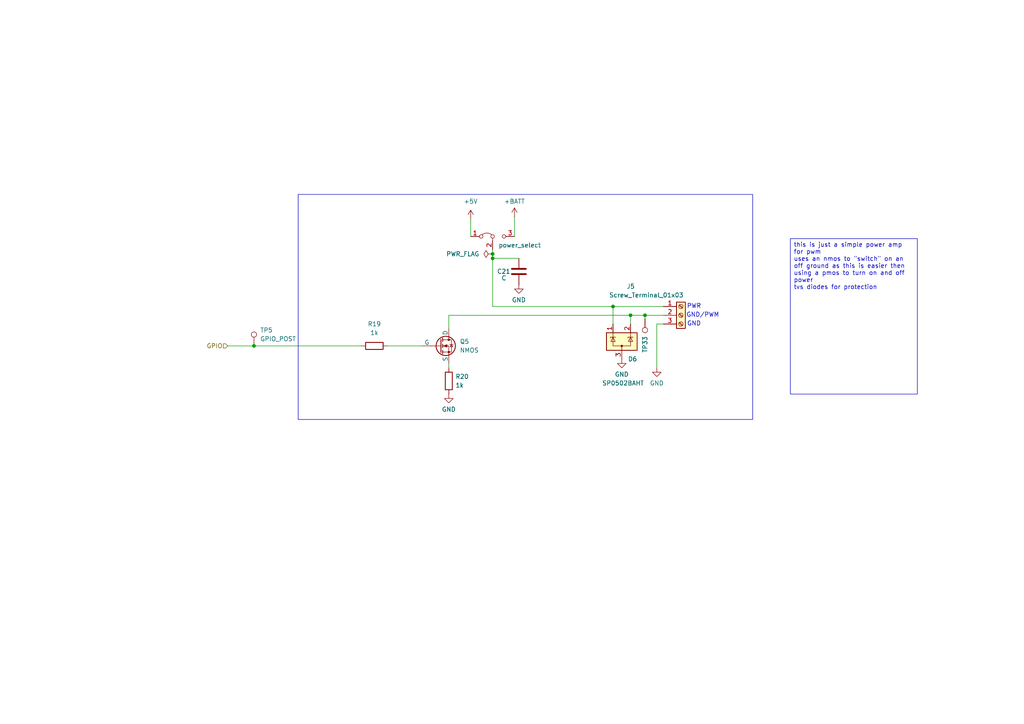
<source format=kicad_sch>
(kicad_sch (version 20231120) (generator "eeschema") (generator_version "8.0")
  (paper "A4")
  (lib_symbols
    (symbol "Connector:Screw_Terminal_01x03" (pin_names (offset 1.016) hide)
      (property "Reference" "J" (at 0 5.08 0))
      (property "Value" "Screw_Terminal_01x03" (at 0 -5.08 0))
      (symbol "Screw_Terminal_01x03_1_1"
        (rectangle (start -1.27 3.81) (end 1.27 -3.81) (stroke (width 0.254)) (fill (type background)))
        (circle (center 0 -2.54) (radius 0.635) (stroke (width 0.1524)))
        (polyline (pts (xy -0.5334 -2.2098) (xy 0.3302 -3.048)) (stroke (width 0.1524)))
        (polyline (pts (xy -0.5334 0.3302) (xy 0.3302 -0.508)) (stroke (width 0.1524)))
        (polyline (pts (xy -0.5334 2.8702) (xy 0.3302 2.032)) (stroke (width 0.1524)))
        (polyline (pts (xy -0.3556 -2.032) (xy 0.508 -2.8702)) (stroke (width 0.1524)))
        (polyline (pts (xy -0.3556 0.508) (xy 0.508 -0.3302)) (stroke (width 0.1524)))
        (polyline (pts (xy -0.3556 3.048) (xy 0.508 2.2098)) (stroke (width 0.1524)))
        (circle (center 0 0) (radius 0.635) (stroke (width 0.1524)))
        (circle (center 0 2.54) (radius 0.635) (stroke (width 0.1524)))
        (pin passive line (at -5.08 2.54 0) (length 3.81) (name "Pin_1") (number "1"))
        (pin passive line (at -5.08 0 0) (length 3.81) (name "Pin_2") (number "2"))
        (pin passive line (at -5.08 -2.54 0) (length 3.81) (name "Pin_3") (number "3"))
      )
    )
    (symbol "Connector:TestPoint" (pin_numbers hide) (pin_names (offset 0.762) hide)
      (property "Reference" "TP" (at 0 6.858 0))
      (property "Value" "TestPoint" (at 0 5.08 0))
      (symbol "TestPoint_0_1"
        (circle (center 0 3.302) (radius 0.762))
      )
      (symbol "TestPoint_1_1"
        (pin passive line (at 0 0 90) (length 2.54) (name "1") (number "1"))
      )
    )
    (symbol "Device:C" (pin_numbers hide) (pin_names (offset 0.254))
      (property "Reference" "C" (at 0.635 2.54 0))
      (property "Value" "C" (at 0.635 -2.54 0))
      (symbol "C_0_1"
        (polyline (pts (xy -2.032 -0.762) (xy 2.032 -0.762)) (stroke (width 0.508)))
        (polyline (pts (xy -2.032 0.762) (xy 2.032 0.762)) (stroke (width 0.508)))
      )
      (symbol "C_1_1"
        (pin passive line (at 0 3.81 270) (length 2.794) (name "~") (number "1"))
        (pin passive line (at 0 -3.81 90) (length 2.794) (name "~") (number "2"))
      )
    )
    (symbol "Device:R" (pin_numbers hide) (pin_names (offset 0))
      (property "Reference" "R" (at 2.032 0 90))
      (property "Value" "R" (at 0 0 90))
      (symbol "R_0_1"
        (rectangle (start -1.016 -2.54) (end 1.016 2.54) (stroke (width 0.254)))
      )
      (symbol "R_1_1"
        (pin passive line (at 0 3.81 270) (length 1.27) (name "~") (number "1"))
        (pin passive line (at 0 -3.81 90) (length 1.27) (name "~") (number "2"))
      )
    )
    (symbol "Jumper:Jumper_3_Bridged12" (pin_names (offset 0) hide)
      (property "Reference" "JP" (at -2.54 -2.54 0))
      (property "Value" "Jumper_3_Bridged12" (at 0 2.794 0))
      (symbol "Jumper_3_Bridged12_0_0"
        (circle (center -3.302 0) (radius 0.508))
        (circle (center 0 0) (radius 0.508))
        (circle (center 3.302 0) (radius 0.508))
      )
      (symbol "Jumper_3_Bridged12_0_1"
        (arc (start -0.254 0.508) (mid -1.651 0.9912) (end -3.048 0.508))
        (polyline (pts (xy 0 -1.27) (xy 0 -0.508)))
      )
      (symbol "Jumper_3_Bridged12_1_1"
        (pin passive line (at -6.35 0 0) (length 2.54) (name "A") (number "1"))
        (pin passive line (at 0 -3.81 90) (length 2.54) (name "C") (number "2"))
        (pin passive line (at 6.35 0 180) (length 2.54) (name "B") (number "3"))
      )
    )
    (symbol "Power_Protection:SP0502BAHT" (pin_names hide)
      (property "Reference" "D" (at 5.715 2.54 0))
      (property "Value" "SP0502BAHT" (at 5.715 0.635 0))
      (symbol "SP0502BAHT_0_0"
        (pin passive line (at 0 -5.08 90) (length 2.54) (name "A") (number "3"))
      )
      (symbol "SP0502BAHT_0_1"
        (rectangle (start -4.445 2.54) (end 4.445 -2.54) (stroke (width 0.254)) (fill (type background)))
        (circle (center 0 -1.27) (radius 0.254) (fill (type outline)))
        (polyline (pts (xy -2.54 2.54) (xy -2.54 1.27)))
        (polyline (pts (xy 0 -1.27) (xy 0 -2.54)))
        (polyline (pts (xy 2.54 2.54) (xy 2.54 1.27)))
        (polyline (pts (xy -3.302 1.016) (xy -3.302 1.27) (xy -1.905 1.27) (xy -1.778 1.27)))
        (polyline (pts (xy -2.54 1.27) (xy -2.54 -1.27) (xy 2.54 -1.27) (xy 2.54 1.27)))
        (polyline (pts (xy -2.54 1.27) (xy -1.905 0) (xy -3.175 0) (xy -2.54 1.27)))
        (polyline (pts (xy 1.778 1.016) (xy 1.778 1.27) (xy 3.175 1.27) (xy 3.302 1.27)))
        (polyline (pts (xy 2.54 1.27) (xy 1.905 0) (xy 3.175 0) (xy 2.54 1.27)))
      )
      (symbol "SP0502BAHT_1_1"
        (pin passive line (at -2.54 5.08 270) (length 2.54) (name "K") (number "1"))
        (pin passive line (at 2.54 5.08 270) (length 2.54) (name "K") (number "2"))
      )
    )
    (symbol "Simulation_SPICE:NMOS" (pin_numbers hide) (pin_names (offset 0))
      (property "Reference" "Q" (at 5.08 1.27 0))
      (property "Value" "NMOS" (at 5.08 -1.27 0))
      (symbol "NMOS_0_1"
        (polyline (pts (xy 0.254 0) (xy -2.54 0)))
        (polyline (pts (xy 0.254 1.905) (xy 0.254 -1.905)) (stroke (width 0.254)))
        (polyline (pts (xy 0.762 -1.27) (xy 0.762 -2.286)) (stroke (width 0.254)))
        (polyline (pts (xy 0.762 0.508) (xy 0.762 -0.508)) (stroke (width 0.254)))
        (polyline (pts (xy 0.762 2.286) (xy 0.762 1.27)) (stroke (width 0.254)))
        (polyline (pts (xy 2.54 2.54) (xy 2.54 1.778)))
        (polyline (pts (xy 2.54 -2.54) (xy 2.54 0) (xy 0.762 0)))
        (polyline (pts (xy 0.762 -1.778) (xy 3.302 -1.778) (xy 3.302 1.778) (xy 0.762 1.778)))
        (polyline (pts (xy 1.016 0) (xy 2.032 0.381) (xy 2.032 -0.381) (xy 1.016 0)) (fill (type outline)))
        (polyline (pts (xy 2.794 0.508) (xy 2.921 0.381) (xy 3.683 0.381) (xy 3.81 0.254)))
        (polyline (pts (xy 3.302 0.381) (xy 2.921 -0.254) (xy 3.683 -0.254) (xy 3.302 0.381)))
        (circle (center 1.651 0) (radius 2.794) (stroke (width 0.254)))
        (circle (center 2.54 -1.778) (radius 0.254) (fill (type outline)))
        (circle (center 2.54 1.778) (radius 0.254) (fill (type outline)))
      )
      (symbol "NMOS_1_1"
        (pin passive line (at 2.54 5.08 270) (length 2.54) (name "D") (number "1"))
        (pin input line (at -5.08 0 0) (length 2.54) (name "G") (number "2"))
        (pin passive line (at 2.54 -5.08 90) (length 2.54) (name "S") (number "3"))
      )
    )
    (symbol "power:+5V" (power) (pin_numbers hide) (pin_names (offset 0) hide)
      (property "Value" "+5V" (at 0 3.556 0))
      (symbol "+5V_0_1"
        (polyline (pts (xy -0.762 1.27) (xy 0 2.54)))
        (polyline (pts (xy 0 0) (xy 0 2.54)))
        (polyline (pts (xy 0 2.54) (xy 0.762 1.27)))
      )
      (symbol "+5V_1_1"
        (pin power_in line (at 0 0 90) (length 0) (name "~") (number "1"))
      )
    )
    (symbol "power:+BATT" (power) (pin_numbers hide) (pin_names (offset 0) hide)
      (property "Value" "+BATT" (at 0 3.556 0))
      (symbol "+BATT_0_1"
        (polyline (pts (xy -0.762 1.27) (xy 0 2.54)))
        (polyline (pts (xy 0 0) (xy 0 2.54)))
        (polyline (pts (xy 0 2.54) (xy 0.762 1.27)))
      )
      (symbol "+BATT_1_1"
        (pin power_in line (at 0 0 90) (length 0) (name "~") (number "1"))
      )
    )
    (symbol "power:GND" (power) (pin_numbers hide) (pin_names (offset 0) hide)
      (property "Value" "GND" (at 0 -3.81 0))
      (symbol "GND_0_1"
        (polyline (pts (xy 0 0) (xy 0 -1.27) (xy 1.27 -1.27) (xy 0 -2.54) (xy -1.27 -1.27) (xy 0 -1.27)))
      )
      (symbol "GND_1_1"
        (pin power_in line (at 0 0 270) (length 0) (name "~") (number "1"))
      )
    )
    (symbol "power:PWR_FLAG" (power) (pin_numbers hide) (pin_names (offset 0) hide)
      (property "Value" "PWR_FLAG" (at 0 3.81 0))
      (symbol "PWR_FLAG_0_0"
        (pin power_out line (at 0 0 90) (length 0) (name "~") (number "1"))
      )
      (symbol "PWR_FLAG_0_1"
        (polyline (pts (xy 0 0) (xy 0 1.27) (xy -1.016 1.905) (xy 0 2.54) (xy 1.016 1.905) (xy 0 1.27)))
      )
    )
  )
  (junction (at 177.8 88.9))
  (junction (at 142.875 73.66))
  (junction (at 142.875 74.93))
  (junction (at 73.66 100.33))
  (junction (at 187.071 91.44))
  (junction (at 182.88 91.44))
  (wire (pts (xy 190.5 93.98) (xy 190.5 106.68)))
  (wire (pts (xy 149.225 62.865) (xy 149.225 68.58)))
  (wire (pts (xy 192.405 93.98) (xy 190.5 93.98)))
  (wire (pts (xy 142.875 88.9) (xy 177.8 88.9)))
  (wire (pts (xy 66.04 100.33) (xy 73.66 100.33)))
  (wire (pts (xy 142.875 73.66) (xy 142.875 74.93)))
  (wire (pts (xy 177.8 88.9) (xy 177.8 93.98)))
  (wire (pts (xy 142.875 74.93) (xy 150.495 74.93)))
  (wire (pts (xy 142.875 72.39) (xy 142.875 73.66)))
  (wire (pts (xy 182.88 91.44) (xy 182.88 93.98)))
  (wire (pts (xy 187.071 91.44) (xy 192.405 91.44)))
  (wire (pts (xy 142.875 88.9) (xy 142.875 74.93)))
  (wire (pts (xy 73.66 100.33) (xy 104.775 100.33)))
  (wire (pts (xy 130.175 105.41) (xy 130.175 106.68)))
  (wire (pts (xy 136.525 63.5) (xy 136.525 68.58)))
  (wire (pts (xy 177.8 88.9) (xy 192.405 88.9)))
  (wire (pts (xy 182.88 91.44) (xy 187.071 91.44)))
  (wire (pts (xy 130.175 91.44) (xy 130.175 95.25)))
  (wire (pts (xy 130.175 91.44) (xy 182.88 91.44)))
  (wire (pts (xy 112.395 100.33) (xy 122.555 100.33)))
  (wire (pts (xy 187.071 92.456) (xy 187.071 91.44)))
  (rectangle (start 86.487 56.388) (end 218.313 121.666))
  (text_box "this is just a simple power amp for pwm\nuses an nmos to \"switch\" on an off ground as this is easier then using a pmos to turn on and off power\ntvs diodes for protection\n" (at 229.235 69.215 0) (size 36.83 45.085) (effects (font (size 1.27 1.27)) (justify left top)))
  (text "GND\n" (at 201.295 93.98 0) (effects (font (size 1.27 1.27))))
  (text "PWR" (at 201.295 88.9 0) (effects (font (size 1.27 1.27))))
  (text "GND/PWM\n" (at 203.835 91.44 0) (effects (font (size 1.27 1.27))))
  (hierarchical_label "GPIO" (shape input) (at 66.04 100.33 180))
  (symbol (lib_id "power:GND") (at 180.34 104.14 0) (unit 1)
    (property "Reference" "#PWR093" (effects (hide yes)))
    (property "Value" "GND" (at 180.34 108.585 0))
    (property "Description" "Power symbol creates a global label with name \"GND\" , ground" (effects (hide yes)))
  )
  (symbol (lib_id "Connector:Screw_Terminal_01x03") (at 197.485 91.44 0) (unit 1)
    (property "Reference" "J5" (at 181.737 83.058 0) (effects (justify left)))
    (property "Value" "Screw_Terminal_01x03" (at 176.657 85.598 0) (effects (justify left)))
    (property "Footprint" "TerminalBlock:TerminalBlock_Altech_AK300-3_P5.00mm" (effects (hide yes)))
    (property "Description" "Generic screw terminal, single row, 01x03, script generated (kicad-library-utils/schlib/autogen/connector/)" (effects (hide yes)))
  )
  (symbol (lib_id "Jumper:Jumper_3_Bridged12") (at 142.875 68.58 0) (unit 1)
    (property "Reference" "JP3" (effects (hide yes)))
    (property "Value" "power_select" (at 150.749 71.12 0))
    (property "Footprint" "Connector_PinHeader_2.54mm:PinHeader_1x03_P2.54mm_Vertical" (effects (hide yes)))
    (property "Description" "Jumper, 3-pole, pins 1+2 closed/bridged" (effects (hide yes)))
  )
  (symbol (lib_id "Simulation_SPICE:NMOS") (at 127.635 100.33 0) (unit 1)
    (property "Reference" "Q5" (at 133.35 99.0599 0) (effects (justify left)))
    (property "Value" "NMOS" (at 133.35 101.5999 0) (effects (justify left)))
    (property "Footprint" "Package_TO_SOT_SMD:SOT-23-3" (effects (hide yes)))
    (property "Datasheet" "https://ngspice.sourceforge.io/docs/ngspice-html-manual/manual.xhtml#cha_MOSFETs" (effects (hide yes)))
    (property "Description" "N-MOSFET transistor, drain/source/gate" (effects (hide yes)))
    (property "Sim.Device" "NMOS" (effects (hide yes)))
    (property "Sim.Type" "VDMOS" (effects (hide yes)))
    (property "Sim.Pins" "1=D 2=G 3=S" (effects (hide yes)))
  )
  (symbol (lib_id "Connector:TestPoint") (at 73.66 100.33 0) (unit 1)
    (property "Reference" "TP5" (at 75.438 95.7579 0) (effects (justify left)))
    (property "Value" "GPIO_POST" (at 75.438 98.2979 0) (effects (justify left)))
    (property "Footprint" "TestPoint:TestPoint_Keystone_5019_Minature" (effects (hide yes)))
    (property "Description" "test point" (effects (hide yes)))
  )
  (symbol (lib_id "power:+5V") (at 136.525 63.5 0) (unit 1)
    (property "Reference" "#PWR072" (effects (hide yes)))
    (property "Value" "+5V" (at 136.525 58.42 0))
    (property "Description" "Power symbol creates a global label with name \"+5V\"" (effects (hide yes)))
  )
  (symbol (lib_id "Power_Protection:SP0502BAHT") (at 180.34 99.06 0) (unit 1)
    (property "Reference" "D6" (at 182.118 104.14 0) (effects (justify left)))
    (property "Value" "SP0502BAHT" (at 174.625 111.125 0) (effects (justify left)))
    (property "Footprint" "Package_TO_SOT_SMD:SOT-23" (effects (hide yes)))
    (property "Datasheet" "http://www.littelfuse.com/~/media/files/littelfuse/technical%20resources/documents/data%20sheets/sp05xxba.pdf" (effects (hide yes)))
    (property "Description" "TVS Diode Array, 5.5V Standoff, 2 Channels, SOT-23 package" (effects (hide yes)))
  )
  (symbol (lib_id "Device:R") (at 108.585 100.33 270) (unit 1)
    (property "Reference" "R19" (at 108.585 93.98 90))
    (property "Value" "1k" (at 108.585 96.52 90))
    (property "Footprint" "Resistor_SMD:R_0603_1608Metric_Pad0.98x0.95mm_HandSolder" (effects (hide yes)))
    (property "Description" "Resistor" (effects (hide yes)))
  )
  (symbol (lib_id "Connector:TestPoint") (at 187.071 92.456 180) (unit 1)
    (property "Reference" "TP33" (at 187.071 102.362 90) (effects (justify right)))
    (property "Value" "GPIO_INPUT_PRE" (effects (hide yes)))
    (property "Footprint" "TestPoint:TestPoint_Keystone_5019_Minature" (effects (hide yes)))
    (property "Description" "test point" (effects (hide yes)))
  )
  (symbol (lib_id "power:GND") (at 130.175 114.3 0) (unit 1)
    (property "Reference" "#PWR048" (effects (hide yes)))
    (property "Value" "GND" (at 130.175 118.745 0))
    (property "Description" "Power symbol creates a global label with name \"GND\" , ground" (effects (hide yes)))
  )
  (symbol (lib_id "power:+BATT") (at 149.225 62.865 0) (unit 1)
    (property "Reference" "#PWR091" (effects (hide yes)))
    (property "Value" "+BATT" (at 149.225 58.42 0))
    (property "Description" "Power symbol creates a global label with name \"+BATT\"" (effects (hide yes)))
  )
  (symbol (lib_id "power:GND") (at 190.5 106.68 0) (unit 1)
    (property "Reference" "#PWR094" (effects (hide yes)))
    (property "Value" "GND" (at 190.5 111.125 0))
    (property "Description" "Power symbol creates a global label with name \"GND\" , ground" (effects (hide yes)))
  )
  (symbol (lib_id "Device:R") (at 130.175 110.49 0) (unit 1)
    (property "Reference" "R20" (at 132.08 109.2199 0) (effects (justify left)))
    (property "Value" "1k" (at 132.08 111.7599 0) (effects (justify left)))
    (property "Footprint" "Resistor_SMD:R_0603_1608Metric_Pad0.98x0.95mm_HandSolder" (effects (hide yes)))
    (property "Description" "Resistor" (effects (hide yes)))
  )
  (symbol (lib_id "power:GND") (at 150.495 82.55 0) (unit 1)
    (property "Reference" "#PWR092" (effects (hide yes)))
    (property "Value" "GND" (at 150.495 86.995 0))
    (property "Description" "Power symbol creates a global label with name \"GND\" , ground" (effects (hide yes)))
  )
  (symbol (lib_id "Device:C") (at 150.495 78.74 0) (unit 1)
    (property "Reference" "C21" (at 144.145 78.74 0) (effects (justify left)))
    (property "Value" "C" (at 145.415 80.645 0) (effects (justify left)))
    (property "Footprint" "Capacitor_SMD:C_0603_1608Metric_Pad1.08x0.95mm_HandSolder" (effects (hide yes)))
    (property "Description" "Unpolarized capacitor" (effects (hide yes)))
  )
  (symbol (lib_id "power:PWR_FLAG") (at 142.875 73.66 90) (unit 1)
    (property "Reference" "#FLG012" (effects (hide yes)))
    (property "Value" "PWR_FLAG" (at 139.065 73.6599 90) (effects (justify left)))
    (property "Description" "Special symbol for telling ERC where power comes from" (effects (hide yes)))
  )
)
</source>
